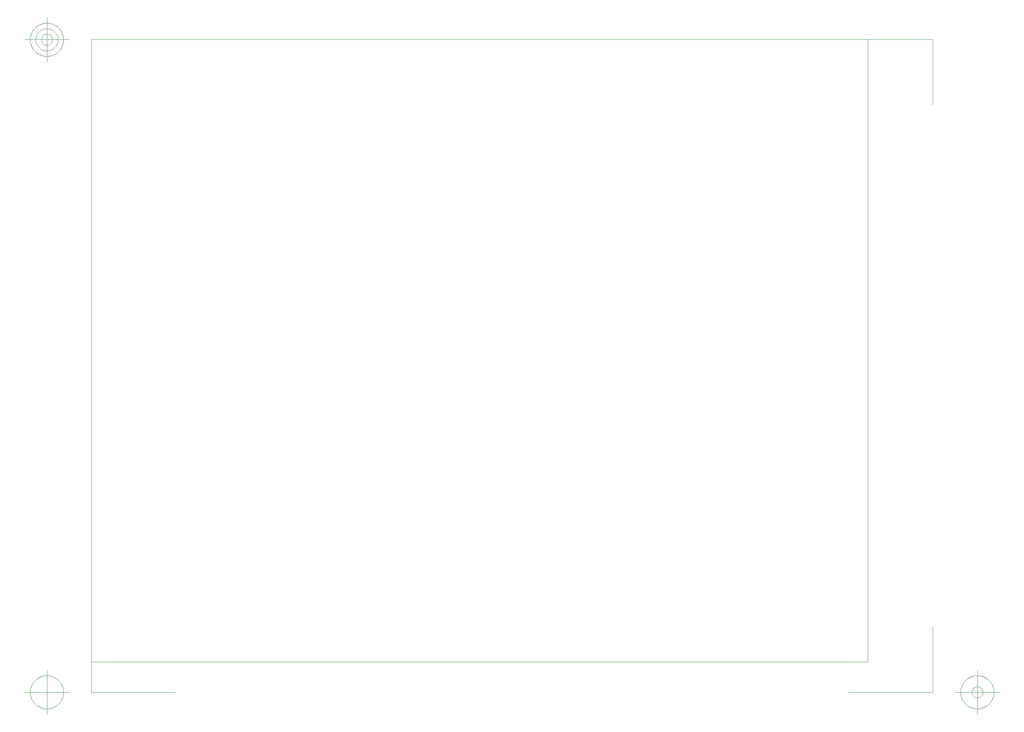
<source format=gbr>
G04 Generated by Ultiboard *
%FSLAX25Y25*%
%MOMM*%

%ADD10C,0.00100*%
%ADD11C,0.10000*%


%LNMechanical Layer 1*%
%LPD*%
%FSLAX25Y25*%
%MOMM*%
G54D10*
X-500000Y13540000D02*
X17000000Y13540000D01*
X17000000Y-500000D02*
X-500000Y-500000D01*
X-500000Y-500000D02*
X-500000Y13540000D01*
X17000000Y13540000D02*
X17000000Y-500000D01*
G54D11*
X-500000Y-1186867D02*
X-500000Y285820D01*
X-500000Y-1186867D02*
X1397147Y-1186867D01*
X18471467Y-1186867D02*
X16574320Y-1186867D01*
X18471467Y-1186867D02*
X18471467Y285820D01*
X18471467Y13540000D02*
X18471467Y12067314D01*
X18471467Y13540000D02*
X16574320Y13540000D01*
X-500000Y13540000D02*
X1397147Y13540000D01*
X-500000Y13540000D02*
X-500000Y12067314D01*
X-1000000Y-1186867D02*
X-2000000Y-1186867D01*
X-1500000Y-1686867D02*
X-1500000Y-686867D01*
X-1125000Y-1186867D02*
X-1126806Y-1150110D01*
X-1126806Y-1150110D02*
X-1132206Y-1113708D01*
X-1132206Y-1113708D02*
X-1141147Y-1078010D01*
X-1141147Y-1078010D02*
X-1153545Y-1043360D01*
X-1153545Y-1043360D02*
X-1169280Y-1010093D01*
X-1169280Y-1010093D02*
X-1188199Y-978528D01*
X-1188199Y-978528D02*
X-1210121Y-948969D01*
X-1210121Y-948969D02*
X-1234835Y-921702D01*
X-1234835Y-921702D02*
X-1262103Y-896988D01*
X-1262103Y-896988D02*
X-1291661Y-875066D01*
X-1291661Y-875066D02*
X-1323226Y-856146D01*
X-1323226Y-856146D02*
X-1356494Y-840412D01*
X-1356494Y-840412D02*
X-1391143Y-828014D01*
X-1391143Y-828014D02*
X-1426841Y-819072D01*
X-1426841Y-819072D02*
X-1463244Y-813672D01*
X-1463244Y-813672D02*
X-1500000Y-811867D01*
X-1500000Y-811867D02*
X-1536756Y-813672D01*
X-1536756Y-813672D02*
X-1573159Y-819072D01*
X-1573159Y-819072D02*
X-1608857Y-828014D01*
X-1608857Y-828014D02*
X-1643506Y-840412D01*
X-1643506Y-840412D02*
X-1676774Y-856146D01*
X-1676774Y-856146D02*
X-1708339Y-875066D01*
X-1708339Y-875066D02*
X-1737897Y-896988D01*
X-1737897Y-896988D02*
X-1765165Y-921702D01*
X-1765165Y-921702D02*
X-1789879Y-948969D01*
X-1789879Y-948969D02*
X-1811801Y-978528D01*
X-1811801Y-978528D02*
X-1830720Y-1010093D01*
X-1830720Y-1010093D02*
X-1846455Y-1043360D01*
X-1846455Y-1043360D02*
X-1858853Y-1078010D01*
X-1858853Y-1078010D02*
X-1867794Y-1113708D01*
X-1867794Y-1113708D02*
X-1873194Y-1150110D01*
X-1873194Y-1150110D02*
X-1875000Y-1186867D01*
X-1875000Y-1186867D02*
X-1873194Y-1223623D01*
X-1873194Y-1223623D02*
X-1867794Y-1260025D01*
X-1867794Y-1260025D02*
X-1858853Y-1295723D01*
X-1858853Y-1295723D02*
X-1846455Y-1330373D01*
X-1846455Y-1330373D02*
X-1830720Y-1363640D01*
X-1830720Y-1363640D02*
X-1811801Y-1395205D01*
X-1811801Y-1395205D02*
X-1789879Y-1424764D01*
X-1789879Y-1424764D02*
X-1765165Y-1452032D01*
X-1765165Y-1452032D02*
X-1737897Y-1476746D01*
X-1737897Y-1476746D02*
X-1708339Y-1498668D01*
X-1708339Y-1498668D02*
X-1676774Y-1517587D01*
X-1676774Y-1517587D02*
X-1643506Y-1533321D01*
X-1643506Y-1533321D02*
X-1608857Y-1545719D01*
X-1608857Y-1545719D02*
X-1573159Y-1554661D01*
X-1573159Y-1554661D02*
X-1536756Y-1560061D01*
X-1536756Y-1560061D02*
X-1500000Y-1561867D01*
X-1500000Y-1561867D02*
X-1463244Y-1560061D01*
X-1463244Y-1560061D02*
X-1426841Y-1554661D01*
X-1426841Y-1554661D02*
X-1391143Y-1545719D01*
X-1391143Y-1545719D02*
X-1356494Y-1533321D01*
X-1356494Y-1533321D02*
X-1323226Y-1517587D01*
X-1323226Y-1517587D02*
X-1291661Y-1498668D01*
X-1291661Y-1498668D02*
X-1262103Y-1476746D01*
X-1262103Y-1476746D02*
X-1234835Y-1452032D01*
X-1234835Y-1452032D02*
X-1210121Y-1424764D01*
X-1210121Y-1424764D02*
X-1188199Y-1395205D01*
X-1188199Y-1395205D02*
X-1169280Y-1363640D01*
X-1169280Y-1363640D02*
X-1153545Y-1330373D01*
X-1153545Y-1330373D02*
X-1141147Y-1295723D01*
X-1141147Y-1295723D02*
X-1132206Y-1260025D01*
X-1132206Y-1260025D02*
X-1126806Y-1223623D01*
X-1126806Y-1223623D02*
X-1125000Y-1186867D01*
X18971467Y-1186867D02*
X19971467Y-1186867D01*
X19471467Y-1686867D02*
X19471467Y-686867D01*
X19846467Y-1186867D02*
X19844661Y-1150110D01*
X19844661Y-1150110D02*
X19839261Y-1113708D01*
X19839261Y-1113708D02*
X19830319Y-1078010D01*
X19830319Y-1078010D02*
X19817922Y-1043360D01*
X19817922Y-1043360D02*
X19802187Y-1010093D01*
X19802187Y-1010093D02*
X19783268Y-978528D01*
X19783268Y-978528D02*
X19761346Y-948969D01*
X19761346Y-948969D02*
X19736632Y-921702D01*
X19736632Y-921702D02*
X19709364Y-896988D01*
X19709364Y-896988D02*
X19679806Y-875066D01*
X19679806Y-875066D02*
X19648240Y-856146D01*
X19648240Y-856146D02*
X19614973Y-840412D01*
X19614973Y-840412D02*
X19580323Y-828014D01*
X19580323Y-828014D02*
X19544626Y-819072D01*
X19544626Y-819072D02*
X19508223Y-813672D01*
X19508223Y-813672D02*
X19471467Y-811867D01*
X19471467Y-811867D02*
X19434710Y-813672D01*
X19434710Y-813672D02*
X19398308Y-819072D01*
X19398308Y-819072D02*
X19362610Y-828014D01*
X19362610Y-828014D02*
X19327961Y-840412D01*
X19327961Y-840412D02*
X19294693Y-856146D01*
X19294693Y-856146D02*
X19263128Y-875066D01*
X19263128Y-875066D02*
X19233569Y-896988D01*
X19233569Y-896988D02*
X19206302Y-921702D01*
X19206302Y-921702D02*
X19181588Y-948969D01*
X19181588Y-948969D02*
X19159666Y-978528D01*
X19159666Y-978528D02*
X19140746Y-1010093D01*
X19140746Y-1010093D02*
X19125012Y-1043360D01*
X19125012Y-1043360D02*
X19112614Y-1078010D01*
X19112614Y-1078010D02*
X19103672Y-1113708D01*
X19103672Y-1113708D02*
X19098273Y-1150110D01*
X19098273Y-1150110D02*
X19096467Y-1186867D01*
X19096467Y-1186867D02*
X19098273Y-1223623D01*
X19098273Y-1223623D02*
X19103672Y-1260025D01*
X19103672Y-1260025D02*
X19112614Y-1295723D01*
X19112614Y-1295723D02*
X19125012Y-1330373D01*
X19125012Y-1330373D02*
X19140746Y-1363640D01*
X19140746Y-1363640D02*
X19159666Y-1395205D01*
X19159666Y-1395205D02*
X19181588Y-1424764D01*
X19181588Y-1424764D02*
X19206302Y-1452032D01*
X19206302Y-1452032D02*
X19233569Y-1476746D01*
X19233569Y-1476746D02*
X19263128Y-1498668D01*
X19263128Y-1498668D02*
X19294693Y-1517587D01*
X19294693Y-1517587D02*
X19327961Y-1533321D01*
X19327961Y-1533321D02*
X19362610Y-1545719D01*
X19362610Y-1545719D02*
X19398308Y-1554661D01*
X19398308Y-1554661D02*
X19434710Y-1560061D01*
X19434710Y-1560061D02*
X19471467Y-1561867D01*
X19471467Y-1561867D02*
X19508223Y-1560061D01*
X19508223Y-1560061D02*
X19544626Y-1554661D01*
X19544626Y-1554661D02*
X19580323Y-1545719D01*
X19580323Y-1545719D02*
X19614973Y-1533321D01*
X19614973Y-1533321D02*
X19648240Y-1517587D01*
X19648240Y-1517587D02*
X19679806Y-1498668D01*
X19679806Y-1498668D02*
X19709364Y-1476746D01*
X19709364Y-1476746D02*
X19736632Y-1452032D01*
X19736632Y-1452032D02*
X19761346Y-1424764D01*
X19761346Y-1424764D02*
X19783268Y-1395205D01*
X19783268Y-1395205D02*
X19802187Y-1363640D01*
X19802187Y-1363640D02*
X19817922Y-1330373D01*
X19817922Y-1330373D02*
X19830319Y-1295723D01*
X19830319Y-1295723D02*
X19839261Y-1260025D01*
X19839261Y-1260025D02*
X19844661Y-1223623D01*
X19844661Y-1223623D02*
X19846467Y-1186867D01*
X19596467Y-1186867D02*
X19595865Y-1174615D01*
X19595865Y-1174615D02*
X19594065Y-1162480D01*
X19594065Y-1162480D02*
X19591084Y-1150581D01*
X19591084Y-1150581D02*
X19586952Y-1139031D01*
X19586952Y-1139031D02*
X19581707Y-1127942D01*
X19581707Y-1127942D02*
X19575400Y-1117420D01*
X19575400Y-1117420D02*
X19568093Y-1107568D01*
X19568093Y-1107568D02*
X19559855Y-1098478D01*
X19559855Y-1098478D02*
X19550766Y-1090240D01*
X19550766Y-1090240D02*
X19540913Y-1082933D01*
X19540913Y-1082933D02*
X19530391Y-1076627D01*
X19530391Y-1076627D02*
X19519302Y-1071382D01*
X19519302Y-1071382D02*
X19507752Y-1067249D01*
X19507752Y-1067249D02*
X19495853Y-1064269D01*
X19495853Y-1064269D02*
X19483719Y-1062469D01*
X19483719Y-1062469D02*
X19471467Y-1061867D01*
X19471467Y-1061867D02*
X19459215Y-1062469D01*
X19459215Y-1062469D02*
X19447081Y-1064269D01*
X19447081Y-1064269D02*
X19435181Y-1067249D01*
X19435181Y-1067249D02*
X19423631Y-1071382D01*
X19423631Y-1071382D02*
X19412542Y-1076627D01*
X19412542Y-1076627D02*
X19402021Y-1082933D01*
X19402021Y-1082933D02*
X19392168Y-1090240D01*
X19392168Y-1090240D02*
X19383078Y-1098478D01*
X19383078Y-1098478D02*
X19374840Y-1107568D01*
X19374840Y-1107568D02*
X19367533Y-1117420D01*
X19367533Y-1117420D02*
X19361227Y-1127942D01*
X19361227Y-1127942D02*
X19355982Y-1139031D01*
X19355982Y-1139031D02*
X19351849Y-1150581D01*
X19351849Y-1150581D02*
X19348869Y-1162480D01*
X19348869Y-1162480D02*
X19347069Y-1174615D01*
X19347069Y-1174615D02*
X19346467Y-1186867D01*
X19346467Y-1186867D02*
X19347069Y-1199119D01*
X19347069Y-1199119D02*
X19348869Y-1211253D01*
X19348869Y-1211253D02*
X19351849Y-1223152D01*
X19351849Y-1223152D02*
X19355982Y-1234702D01*
X19355982Y-1234702D02*
X19361227Y-1245791D01*
X19361227Y-1245791D02*
X19367533Y-1256313D01*
X19367533Y-1256313D02*
X19374840Y-1266166D01*
X19374840Y-1266166D02*
X19383078Y-1275255D01*
X19383078Y-1275255D02*
X19392168Y-1283493D01*
X19392168Y-1283493D02*
X19402021Y-1290800D01*
X19402021Y-1290800D02*
X19412542Y-1297107D01*
X19412542Y-1297107D02*
X19423631Y-1302352D01*
X19423631Y-1302352D02*
X19435181Y-1306484D01*
X19435181Y-1306484D02*
X19447081Y-1309465D01*
X19447081Y-1309465D02*
X19459215Y-1311265D01*
X19459215Y-1311265D02*
X19471467Y-1311867D01*
X19471467Y-1311867D02*
X19483719Y-1311265D01*
X19483719Y-1311265D02*
X19495853Y-1309465D01*
X19495853Y-1309465D02*
X19507752Y-1306484D01*
X19507752Y-1306484D02*
X19519302Y-1302352D01*
X19519302Y-1302352D02*
X19530391Y-1297107D01*
X19530391Y-1297107D02*
X19540913Y-1290800D01*
X19540913Y-1290800D02*
X19550766Y-1283493D01*
X19550766Y-1283493D02*
X19559855Y-1275255D01*
X19559855Y-1275255D02*
X19568093Y-1266166D01*
X19568093Y-1266166D02*
X19575400Y-1256313D01*
X19575400Y-1256313D02*
X19581707Y-1245791D01*
X19581707Y-1245791D02*
X19586952Y-1234702D01*
X19586952Y-1234702D02*
X19591084Y-1223152D01*
X19591084Y-1223152D02*
X19594065Y-1211253D01*
X19594065Y-1211253D02*
X19595865Y-1199119D01*
X19595865Y-1199119D02*
X19596467Y-1186867D01*
X-1000000Y13540000D02*
X-2000000Y13540000D01*
X-1500000Y13040000D02*
X-1500000Y14040000D01*
X-1125000Y13540000D02*
X-1126806Y13576757D01*
X-1126806Y13576757D02*
X-1132206Y13613159D01*
X-1132206Y13613159D02*
X-1141147Y13648857D01*
X-1141147Y13648857D02*
X-1153545Y13683506D01*
X-1153545Y13683506D02*
X-1169280Y13716774D01*
X-1169280Y13716774D02*
X-1188199Y13748339D01*
X-1188199Y13748339D02*
X-1210121Y13777898D01*
X-1210121Y13777898D02*
X-1234835Y13805165D01*
X-1234835Y13805165D02*
X-1262103Y13829879D01*
X-1262103Y13829879D02*
X-1291661Y13851801D01*
X-1291661Y13851801D02*
X-1323226Y13870721D01*
X-1323226Y13870721D02*
X-1356494Y13886455D01*
X-1356494Y13886455D02*
X-1391143Y13898853D01*
X-1391143Y13898853D02*
X-1426841Y13907795D01*
X-1426841Y13907795D02*
X-1463244Y13913194D01*
X-1463244Y13913194D02*
X-1500000Y13915000D01*
X-1500000Y13915000D02*
X-1536756Y13913194D01*
X-1536756Y13913194D02*
X-1573159Y13907795D01*
X-1573159Y13907795D02*
X-1608857Y13898853D01*
X-1608857Y13898853D02*
X-1643506Y13886455D01*
X-1643506Y13886455D02*
X-1676774Y13870721D01*
X-1676774Y13870721D02*
X-1708339Y13851801D01*
X-1708339Y13851801D02*
X-1737897Y13829879D01*
X-1737897Y13829879D02*
X-1765165Y13805165D01*
X-1765165Y13805165D02*
X-1789879Y13777898D01*
X-1789879Y13777898D02*
X-1811801Y13748339D01*
X-1811801Y13748339D02*
X-1830720Y13716774D01*
X-1830720Y13716774D02*
X-1846455Y13683506D01*
X-1846455Y13683506D02*
X-1858853Y13648857D01*
X-1858853Y13648857D02*
X-1867794Y13613159D01*
X-1867794Y13613159D02*
X-1873194Y13576757D01*
X-1873194Y13576757D02*
X-1875000Y13540000D01*
X-1875000Y13540000D02*
X-1873194Y13503244D01*
X-1873194Y13503244D02*
X-1867794Y13466841D01*
X-1867794Y13466841D02*
X-1858853Y13431143D01*
X-1858853Y13431143D02*
X-1846455Y13396494D01*
X-1846455Y13396494D02*
X-1830720Y13363226D01*
X-1830720Y13363226D02*
X-1811801Y13331661D01*
X-1811801Y13331661D02*
X-1789879Y13302103D01*
X-1789879Y13302103D02*
X-1765165Y13274835D01*
X-1765165Y13274835D02*
X-1737897Y13250121D01*
X-1737897Y13250121D02*
X-1708339Y13228199D01*
X-1708339Y13228199D02*
X-1676774Y13209280D01*
X-1676774Y13209280D02*
X-1643506Y13193545D01*
X-1643506Y13193545D02*
X-1608857Y13181148D01*
X-1608857Y13181148D02*
X-1573159Y13172206D01*
X-1573159Y13172206D02*
X-1536756Y13166806D01*
X-1536756Y13166806D02*
X-1500000Y13165000D01*
X-1500000Y13165000D02*
X-1463244Y13166806D01*
X-1463244Y13166806D02*
X-1426841Y13172206D01*
X-1426841Y13172206D02*
X-1391143Y13181148D01*
X-1391143Y13181148D02*
X-1356494Y13193545D01*
X-1356494Y13193545D02*
X-1323226Y13209280D01*
X-1323226Y13209280D02*
X-1291661Y13228199D01*
X-1291661Y13228199D02*
X-1262103Y13250121D01*
X-1262103Y13250121D02*
X-1234835Y13274835D01*
X-1234835Y13274835D02*
X-1210121Y13302103D01*
X-1210121Y13302103D02*
X-1188199Y13331661D01*
X-1188199Y13331661D02*
X-1169280Y13363226D01*
X-1169280Y13363226D02*
X-1153545Y13396494D01*
X-1153545Y13396494D02*
X-1141147Y13431143D01*
X-1141147Y13431143D02*
X-1132206Y13466841D01*
X-1132206Y13466841D02*
X-1126806Y13503244D01*
X-1126806Y13503244D02*
X-1125000Y13540000D01*
X-1250000Y13540000D02*
X-1251204Y13564504D01*
X-1251204Y13564504D02*
X-1254804Y13588773D01*
X-1254804Y13588773D02*
X-1260765Y13612571D01*
X-1260765Y13612571D02*
X-1269030Y13635671D01*
X-1269030Y13635671D02*
X-1279520Y13657849D01*
X-1279520Y13657849D02*
X-1292133Y13678893D01*
X-1292133Y13678893D02*
X-1306747Y13698598D01*
X-1306747Y13698598D02*
X-1323223Y13716777D01*
X-1323223Y13716777D02*
X-1341402Y13733253D01*
X-1341402Y13733253D02*
X-1361108Y13747868D01*
X-1361108Y13747868D02*
X-1382151Y13760480D01*
X-1382151Y13760480D02*
X-1404329Y13770970D01*
X-1404329Y13770970D02*
X-1427429Y13779235D01*
X-1427429Y13779235D02*
X-1451228Y13785196D01*
X-1451228Y13785196D02*
X-1475496Y13788796D01*
X-1475496Y13788796D02*
X-1500000Y13790000D01*
X-1500000Y13790000D02*
X-1524504Y13788796D01*
X-1524504Y13788796D02*
X-1548773Y13785196D01*
X-1548773Y13785196D02*
X-1572571Y13779235D01*
X-1572571Y13779235D02*
X-1595671Y13770970D01*
X-1595671Y13770970D02*
X-1617849Y13760480D01*
X-1617849Y13760480D02*
X-1638893Y13747868D01*
X-1638893Y13747868D02*
X-1658598Y13733253D01*
X-1658598Y13733253D02*
X-1676777Y13716777D01*
X-1676777Y13716777D02*
X-1693253Y13698598D01*
X-1693253Y13698598D02*
X-1707867Y13678893D01*
X-1707867Y13678893D02*
X-1720480Y13657849D01*
X-1720480Y13657849D02*
X-1730970Y13635671D01*
X-1730970Y13635671D02*
X-1739235Y13612571D01*
X-1739235Y13612571D02*
X-1745196Y13588773D01*
X-1745196Y13588773D02*
X-1748796Y13564504D01*
X-1748796Y13564504D02*
X-1750000Y13540000D01*
X-1750000Y13540000D02*
X-1748796Y13515496D01*
X-1748796Y13515496D02*
X-1745196Y13491228D01*
X-1745196Y13491228D02*
X-1739235Y13467429D01*
X-1739235Y13467429D02*
X-1730970Y13444329D01*
X-1730970Y13444329D02*
X-1720480Y13422151D01*
X-1720480Y13422151D02*
X-1707867Y13401108D01*
X-1707867Y13401108D02*
X-1693253Y13381402D01*
X-1693253Y13381402D02*
X-1676777Y13363223D01*
X-1676777Y13363223D02*
X-1658598Y13346748D01*
X-1658598Y13346748D02*
X-1638893Y13332133D01*
X-1638893Y13332133D02*
X-1617849Y13319520D01*
X-1617849Y13319520D02*
X-1595671Y13309030D01*
X-1595671Y13309030D02*
X-1572571Y13300765D01*
X-1572571Y13300765D02*
X-1548773Y13294804D01*
X-1548773Y13294804D02*
X-1524504Y13291204D01*
X-1524504Y13291204D02*
X-1500000Y13290000D01*
X-1500000Y13290000D02*
X-1475496Y13291204D01*
X-1475496Y13291204D02*
X-1451228Y13294804D01*
X-1451228Y13294804D02*
X-1427429Y13300765D01*
X-1427429Y13300765D02*
X-1404329Y13309030D01*
X-1404329Y13309030D02*
X-1382151Y13319520D01*
X-1382151Y13319520D02*
X-1361108Y13332133D01*
X-1361108Y13332133D02*
X-1341402Y13346748D01*
X-1341402Y13346748D02*
X-1323223Y13363223D01*
X-1323223Y13363223D02*
X-1306747Y13381402D01*
X-1306747Y13381402D02*
X-1292133Y13401108D01*
X-1292133Y13401108D02*
X-1279520Y13422151D01*
X-1279520Y13422151D02*
X-1269030Y13444329D01*
X-1269030Y13444329D02*
X-1260765Y13467429D01*
X-1260765Y13467429D02*
X-1254804Y13491228D01*
X-1254804Y13491228D02*
X-1251204Y13515496D01*
X-1251204Y13515496D02*
X-1250000Y13540000D01*
X-1375000Y13540000D02*
X-1375602Y13552252D01*
X-1375602Y13552252D02*
X-1377402Y13564386D01*
X-1377402Y13564386D02*
X-1380383Y13576286D01*
X-1380383Y13576286D02*
X-1384515Y13587836D01*
X-1384515Y13587836D02*
X-1389760Y13598925D01*
X-1389760Y13598925D02*
X-1396066Y13609446D01*
X-1396066Y13609446D02*
X-1403374Y13619299D01*
X-1403374Y13619299D02*
X-1411612Y13628388D01*
X-1411612Y13628388D02*
X-1420701Y13636626D01*
X-1420701Y13636626D02*
X-1430554Y13643934D01*
X-1430554Y13643934D02*
X-1441076Y13650240D01*
X-1441076Y13650240D02*
X-1452165Y13655485D01*
X-1452165Y13655485D02*
X-1463715Y13659618D01*
X-1463715Y13659618D02*
X-1475614Y13662598D01*
X-1475614Y13662598D02*
X-1487748Y13664398D01*
X-1487748Y13664398D02*
X-1500000Y13665000D01*
X-1500000Y13665000D02*
X-1512252Y13664398D01*
X-1512252Y13664398D02*
X-1524386Y13662598D01*
X-1524386Y13662598D02*
X-1536286Y13659618D01*
X-1536286Y13659618D02*
X-1547835Y13655485D01*
X-1547835Y13655485D02*
X-1558925Y13650240D01*
X-1558925Y13650240D02*
X-1569446Y13643934D01*
X-1569446Y13643934D02*
X-1579299Y13636626D01*
X-1579299Y13636626D02*
X-1588388Y13628388D01*
X-1588388Y13628388D02*
X-1596626Y13619299D01*
X-1596626Y13619299D02*
X-1603934Y13609446D01*
X-1603934Y13609446D02*
X-1610240Y13598925D01*
X-1610240Y13598925D02*
X-1615485Y13587836D01*
X-1615485Y13587836D02*
X-1619618Y13576286D01*
X-1619618Y13576286D02*
X-1622598Y13564386D01*
X-1622598Y13564386D02*
X-1624398Y13552252D01*
X-1624398Y13552252D02*
X-1625000Y13540000D01*
X-1625000Y13540000D02*
X-1624398Y13527748D01*
X-1624398Y13527748D02*
X-1622598Y13515614D01*
X-1622598Y13515614D02*
X-1619618Y13503715D01*
X-1619618Y13503715D02*
X-1615485Y13492165D01*
X-1615485Y13492165D02*
X-1610240Y13481076D01*
X-1610240Y13481076D02*
X-1603934Y13470554D01*
X-1603934Y13470554D02*
X-1596626Y13460701D01*
X-1596626Y13460701D02*
X-1588388Y13451612D01*
X-1588388Y13451612D02*
X-1579299Y13443374D01*
X-1579299Y13443374D02*
X-1569446Y13436066D01*
X-1569446Y13436066D02*
X-1558925Y13429760D01*
X-1558925Y13429760D02*
X-1547835Y13424515D01*
X-1547835Y13424515D02*
X-1536286Y13420383D01*
X-1536286Y13420383D02*
X-1524386Y13417402D01*
X-1524386Y13417402D02*
X-1512252Y13415602D01*
X-1512252Y13415602D02*
X-1500000Y13415000D01*
X-1500000Y13415000D02*
X-1487748Y13415602D01*
X-1487748Y13415602D02*
X-1475614Y13417402D01*
X-1475614Y13417402D02*
X-1463715Y13420383D01*
X-1463715Y13420383D02*
X-1452165Y13424515D01*
X-1452165Y13424515D02*
X-1441076Y13429760D01*
X-1441076Y13429760D02*
X-1430554Y13436066D01*
X-1430554Y13436066D02*
X-1420701Y13443374D01*
X-1420701Y13443374D02*
X-1411612Y13451612D01*
X-1411612Y13451612D02*
X-1403374Y13460701D01*
X-1403374Y13460701D02*
X-1396066Y13470554D01*
X-1396066Y13470554D02*
X-1389760Y13481076D01*
X-1389760Y13481076D02*
X-1384515Y13492165D01*
X-1384515Y13492165D02*
X-1380383Y13503715D01*
X-1380383Y13503715D02*
X-1377402Y13515614D01*
X-1377402Y13515614D02*
X-1375602Y13527748D01*
X-1375602Y13527748D02*
X-1375000Y13540000D01*

M00*

</source>
